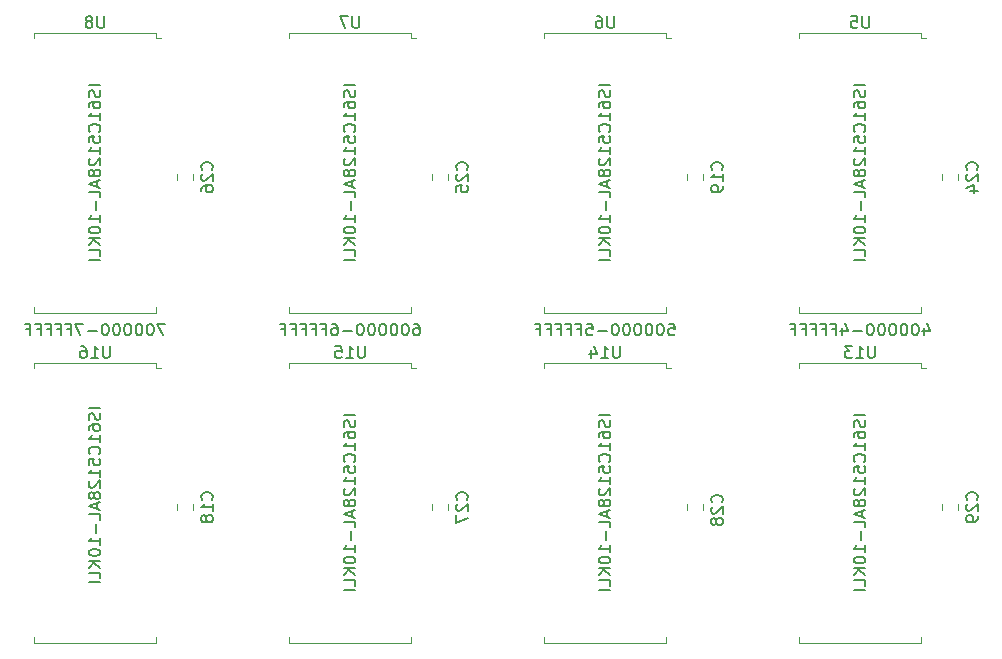
<source format=gbr>
G04 #@! TF.GenerationSoftware,KiCad,Pcbnew,(5.0.2)-1*
G04 #@! TF.CreationDate,2019-02-18T11:06:26-07:00*
G04 #@! TF.ProjectId,8MB SRAM,384d4220-5352-4414-9d2e-6b696361645f,rev?*
G04 #@! TF.SameCoordinates,Original*
G04 #@! TF.FileFunction,Legend,Bot*
G04 #@! TF.FilePolarity,Positive*
%FSLAX46Y46*%
G04 Gerber Fmt 4.6, Leading zero omitted, Abs format (unit mm)*
G04 Created by KiCad (PCBNEW (5.0.2)-1) date 2/18/2019 11:06:26 AM*
%MOMM*%
%LPD*%
G01*
G04 APERTURE LIST*
%ADD10C,0.150000*%
%ADD11C,0.120000*%
G04 APERTURE END LIST*
D10*
X107663571Y-47410714D02*
X107663571Y-48077380D01*
X107901666Y-47029761D02*
X108139761Y-47744047D01*
X107520714Y-47744047D01*
X106949285Y-47077380D02*
X106854047Y-47077380D01*
X106758809Y-47125000D01*
X106711190Y-47172619D01*
X106663571Y-47267857D01*
X106615952Y-47458333D01*
X106615952Y-47696428D01*
X106663571Y-47886904D01*
X106711190Y-47982142D01*
X106758809Y-48029761D01*
X106854047Y-48077380D01*
X106949285Y-48077380D01*
X107044523Y-48029761D01*
X107092142Y-47982142D01*
X107139761Y-47886904D01*
X107187380Y-47696428D01*
X107187380Y-47458333D01*
X107139761Y-47267857D01*
X107092142Y-47172619D01*
X107044523Y-47125000D01*
X106949285Y-47077380D01*
X105996904Y-47077380D02*
X105901666Y-47077380D01*
X105806428Y-47125000D01*
X105758809Y-47172619D01*
X105711190Y-47267857D01*
X105663571Y-47458333D01*
X105663571Y-47696428D01*
X105711190Y-47886904D01*
X105758809Y-47982142D01*
X105806428Y-48029761D01*
X105901666Y-48077380D01*
X105996904Y-48077380D01*
X106092142Y-48029761D01*
X106139761Y-47982142D01*
X106187380Y-47886904D01*
X106235000Y-47696428D01*
X106235000Y-47458333D01*
X106187380Y-47267857D01*
X106139761Y-47172619D01*
X106092142Y-47125000D01*
X105996904Y-47077380D01*
X105044523Y-47077380D02*
X104949285Y-47077380D01*
X104854047Y-47125000D01*
X104806428Y-47172619D01*
X104758809Y-47267857D01*
X104711190Y-47458333D01*
X104711190Y-47696428D01*
X104758809Y-47886904D01*
X104806428Y-47982142D01*
X104854047Y-48029761D01*
X104949285Y-48077380D01*
X105044523Y-48077380D01*
X105139761Y-48029761D01*
X105187380Y-47982142D01*
X105235000Y-47886904D01*
X105282619Y-47696428D01*
X105282619Y-47458333D01*
X105235000Y-47267857D01*
X105187380Y-47172619D01*
X105139761Y-47125000D01*
X105044523Y-47077380D01*
X104092142Y-47077380D02*
X103996904Y-47077380D01*
X103901666Y-47125000D01*
X103854047Y-47172619D01*
X103806428Y-47267857D01*
X103758809Y-47458333D01*
X103758809Y-47696428D01*
X103806428Y-47886904D01*
X103854047Y-47982142D01*
X103901666Y-48029761D01*
X103996904Y-48077380D01*
X104092142Y-48077380D01*
X104187380Y-48029761D01*
X104235000Y-47982142D01*
X104282619Y-47886904D01*
X104330238Y-47696428D01*
X104330238Y-47458333D01*
X104282619Y-47267857D01*
X104235000Y-47172619D01*
X104187380Y-47125000D01*
X104092142Y-47077380D01*
X103139761Y-47077380D02*
X103044523Y-47077380D01*
X102949285Y-47125000D01*
X102901666Y-47172619D01*
X102854047Y-47267857D01*
X102806428Y-47458333D01*
X102806428Y-47696428D01*
X102854047Y-47886904D01*
X102901666Y-47982142D01*
X102949285Y-48029761D01*
X103044523Y-48077380D01*
X103139761Y-48077380D01*
X103235000Y-48029761D01*
X103282619Y-47982142D01*
X103330238Y-47886904D01*
X103377857Y-47696428D01*
X103377857Y-47458333D01*
X103330238Y-47267857D01*
X103282619Y-47172619D01*
X103235000Y-47125000D01*
X103139761Y-47077380D01*
X102377857Y-47696428D02*
X101615952Y-47696428D01*
X100711190Y-47410714D02*
X100711190Y-48077380D01*
X100949285Y-47029761D02*
X101187380Y-47744047D01*
X100568333Y-47744047D01*
X99854047Y-47553571D02*
X100187380Y-47553571D01*
X100187380Y-48077380D02*
X100187380Y-47077380D01*
X99711190Y-47077380D01*
X98996904Y-47553571D02*
X99330238Y-47553571D01*
X99330238Y-48077380D02*
X99330238Y-47077380D01*
X98854047Y-47077380D01*
X98139761Y-47553571D02*
X98473095Y-47553571D01*
X98473095Y-48077380D02*
X98473095Y-47077380D01*
X97996904Y-47077380D01*
X97282619Y-47553571D02*
X97615952Y-47553571D01*
X97615952Y-48077380D02*
X97615952Y-47077380D01*
X97139761Y-47077380D01*
X96425476Y-47553571D02*
X96758809Y-47553571D01*
X96758809Y-48077380D02*
X96758809Y-47077380D01*
X96282619Y-47077380D01*
X86025952Y-47077380D02*
X86502142Y-47077380D01*
X86549761Y-47553571D01*
X86502142Y-47505952D01*
X86406904Y-47458333D01*
X86168809Y-47458333D01*
X86073571Y-47505952D01*
X86025952Y-47553571D01*
X85978333Y-47648809D01*
X85978333Y-47886904D01*
X86025952Y-47982142D01*
X86073571Y-48029761D01*
X86168809Y-48077380D01*
X86406904Y-48077380D01*
X86502142Y-48029761D01*
X86549761Y-47982142D01*
X85359285Y-47077380D02*
X85264047Y-47077380D01*
X85168809Y-47125000D01*
X85121190Y-47172619D01*
X85073571Y-47267857D01*
X85025952Y-47458333D01*
X85025952Y-47696428D01*
X85073571Y-47886904D01*
X85121190Y-47982142D01*
X85168809Y-48029761D01*
X85264047Y-48077380D01*
X85359285Y-48077380D01*
X85454523Y-48029761D01*
X85502142Y-47982142D01*
X85549761Y-47886904D01*
X85597380Y-47696428D01*
X85597380Y-47458333D01*
X85549761Y-47267857D01*
X85502142Y-47172619D01*
X85454523Y-47125000D01*
X85359285Y-47077380D01*
X84406904Y-47077380D02*
X84311666Y-47077380D01*
X84216428Y-47125000D01*
X84168809Y-47172619D01*
X84121190Y-47267857D01*
X84073571Y-47458333D01*
X84073571Y-47696428D01*
X84121190Y-47886904D01*
X84168809Y-47982142D01*
X84216428Y-48029761D01*
X84311666Y-48077380D01*
X84406904Y-48077380D01*
X84502142Y-48029761D01*
X84549761Y-47982142D01*
X84597380Y-47886904D01*
X84645000Y-47696428D01*
X84645000Y-47458333D01*
X84597380Y-47267857D01*
X84549761Y-47172619D01*
X84502142Y-47125000D01*
X84406904Y-47077380D01*
X83454523Y-47077380D02*
X83359285Y-47077380D01*
X83264047Y-47125000D01*
X83216428Y-47172619D01*
X83168809Y-47267857D01*
X83121190Y-47458333D01*
X83121190Y-47696428D01*
X83168809Y-47886904D01*
X83216428Y-47982142D01*
X83264047Y-48029761D01*
X83359285Y-48077380D01*
X83454523Y-48077380D01*
X83549761Y-48029761D01*
X83597380Y-47982142D01*
X83645000Y-47886904D01*
X83692619Y-47696428D01*
X83692619Y-47458333D01*
X83645000Y-47267857D01*
X83597380Y-47172619D01*
X83549761Y-47125000D01*
X83454523Y-47077380D01*
X82502142Y-47077380D02*
X82406904Y-47077380D01*
X82311666Y-47125000D01*
X82264047Y-47172619D01*
X82216428Y-47267857D01*
X82168809Y-47458333D01*
X82168809Y-47696428D01*
X82216428Y-47886904D01*
X82264047Y-47982142D01*
X82311666Y-48029761D01*
X82406904Y-48077380D01*
X82502142Y-48077380D01*
X82597380Y-48029761D01*
X82645000Y-47982142D01*
X82692619Y-47886904D01*
X82740238Y-47696428D01*
X82740238Y-47458333D01*
X82692619Y-47267857D01*
X82645000Y-47172619D01*
X82597380Y-47125000D01*
X82502142Y-47077380D01*
X81549761Y-47077380D02*
X81454523Y-47077380D01*
X81359285Y-47125000D01*
X81311666Y-47172619D01*
X81264047Y-47267857D01*
X81216428Y-47458333D01*
X81216428Y-47696428D01*
X81264047Y-47886904D01*
X81311666Y-47982142D01*
X81359285Y-48029761D01*
X81454523Y-48077380D01*
X81549761Y-48077380D01*
X81645000Y-48029761D01*
X81692619Y-47982142D01*
X81740238Y-47886904D01*
X81787857Y-47696428D01*
X81787857Y-47458333D01*
X81740238Y-47267857D01*
X81692619Y-47172619D01*
X81645000Y-47125000D01*
X81549761Y-47077380D01*
X80787857Y-47696428D02*
X80025952Y-47696428D01*
X79073571Y-47077380D02*
X79549761Y-47077380D01*
X79597380Y-47553571D01*
X79549761Y-47505952D01*
X79454523Y-47458333D01*
X79216428Y-47458333D01*
X79121190Y-47505952D01*
X79073571Y-47553571D01*
X79025952Y-47648809D01*
X79025952Y-47886904D01*
X79073571Y-47982142D01*
X79121190Y-48029761D01*
X79216428Y-48077380D01*
X79454523Y-48077380D01*
X79549761Y-48029761D01*
X79597380Y-47982142D01*
X78264047Y-47553571D02*
X78597380Y-47553571D01*
X78597380Y-48077380D02*
X78597380Y-47077380D01*
X78121190Y-47077380D01*
X77406904Y-47553571D02*
X77740238Y-47553571D01*
X77740238Y-48077380D02*
X77740238Y-47077380D01*
X77264047Y-47077380D01*
X76549761Y-47553571D02*
X76883095Y-47553571D01*
X76883095Y-48077380D02*
X76883095Y-47077380D01*
X76406904Y-47077380D01*
X75692619Y-47553571D02*
X76025952Y-47553571D01*
X76025952Y-48077380D02*
X76025952Y-47077380D01*
X75549761Y-47077380D01*
X74835476Y-47553571D02*
X75168809Y-47553571D01*
X75168809Y-48077380D02*
X75168809Y-47077380D01*
X74692619Y-47077380D01*
X64483571Y-47077380D02*
X64674047Y-47077380D01*
X64769285Y-47125000D01*
X64816904Y-47172619D01*
X64912142Y-47315476D01*
X64959761Y-47505952D01*
X64959761Y-47886904D01*
X64912142Y-47982142D01*
X64864523Y-48029761D01*
X64769285Y-48077380D01*
X64578809Y-48077380D01*
X64483571Y-48029761D01*
X64435952Y-47982142D01*
X64388333Y-47886904D01*
X64388333Y-47648809D01*
X64435952Y-47553571D01*
X64483571Y-47505952D01*
X64578809Y-47458333D01*
X64769285Y-47458333D01*
X64864523Y-47505952D01*
X64912142Y-47553571D01*
X64959761Y-47648809D01*
X63769285Y-47077380D02*
X63674047Y-47077380D01*
X63578809Y-47125000D01*
X63531190Y-47172619D01*
X63483571Y-47267857D01*
X63435952Y-47458333D01*
X63435952Y-47696428D01*
X63483571Y-47886904D01*
X63531190Y-47982142D01*
X63578809Y-48029761D01*
X63674047Y-48077380D01*
X63769285Y-48077380D01*
X63864523Y-48029761D01*
X63912142Y-47982142D01*
X63959761Y-47886904D01*
X64007380Y-47696428D01*
X64007380Y-47458333D01*
X63959761Y-47267857D01*
X63912142Y-47172619D01*
X63864523Y-47125000D01*
X63769285Y-47077380D01*
X62816904Y-47077380D02*
X62721666Y-47077380D01*
X62626428Y-47125000D01*
X62578809Y-47172619D01*
X62531190Y-47267857D01*
X62483571Y-47458333D01*
X62483571Y-47696428D01*
X62531190Y-47886904D01*
X62578809Y-47982142D01*
X62626428Y-48029761D01*
X62721666Y-48077380D01*
X62816904Y-48077380D01*
X62912142Y-48029761D01*
X62959761Y-47982142D01*
X63007380Y-47886904D01*
X63055000Y-47696428D01*
X63055000Y-47458333D01*
X63007380Y-47267857D01*
X62959761Y-47172619D01*
X62912142Y-47125000D01*
X62816904Y-47077380D01*
X61864523Y-47077380D02*
X61769285Y-47077380D01*
X61674047Y-47125000D01*
X61626428Y-47172619D01*
X61578809Y-47267857D01*
X61531190Y-47458333D01*
X61531190Y-47696428D01*
X61578809Y-47886904D01*
X61626428Y-47982142D01*
X61674047Y-48029761D01*
X61769285Y-48077380D01*
X61864523Y-48077380D01*
X61959761Y-48029761D01*
X62007380Y-47982142D01*
X62055000Y-47886904D01*
X62102619Y-47696428D01*
X62102619Y-47458333D01*
X62055000Y-47267857D01*
X62007380Y-47172619D01*
X61959761Y-47125000D01*
X61864523Y-47077380D01*
X60912142Y-47077380D02*
X60816904Y-47077380D01*
X60721666Y-47125000D01*
X60674047Y-47172619D01*
X60626428Y-47267857D01*
X60578809Y-47458333D01*
X60578809Y-47696428D01*
X60626428Y-47886904D01*
X60674047Y-47982142D01*
X60721666Y-48029761D01*
X60816904Y-48077380D01*
X60912142Y-48077380D01*
X61007380Y-48029761D01*
X61055000Y-47982142D01*
X61102619Y-47886904D01*
X61150238Y-47696428D01*
X61150238Y-47458333D01*
X61102619Y-47267857D01*
X61055000Y-47172619D01*
X61007380Y-47125000D01*
X60912142Y-47077380D01*
X59959761Y-47077380D02*
X59864523Y-47077380D01*
X59769285Y-47125000D01*
X59721666Y-47172619D01*
X59674047Y-47267857D01*
X59626428Y-47458333D01*
X59626428Y-47696428D01*
X59674047Y-47886904D01*
X59721666Y-47982142D01*
X59769285Y-48029761D01*
X59864523Y-48077380D01*
X59959761Y-48077380D01*
X60055000Y-48029761D01*
X60102619Y-47982142D01*
X60150238Y-47886904D01*
X60197857Y-47696428D01*
X60197857Y-47458333D01*
X60150238Y-47267857D01*
X60102619Y-47172619D01*
X60055000Y-47125000D01*
X59959761Y-47077380D01*
X59197857Y-47696428D02*
X58435952Y-47696428D01*
X57531190Y-47077380D02*
X57721666Y-47077380D01*
X57816904Y-47125000D01*
X57864523Y-47172619D01*
X57959761Y-47315476D01*
X58007380Y-47505952D01*
X58007380Y-47886904D01*
X57959761Y-47982142D01*
X57912142Y-48029761D01*
X57816904Y-48077380D01*
X57626428Y-48077380D01*
X57531190Y-48029761D01*
X57483571Y-47982142D01*
X57435952Y-47886904D01*
X57435952Y-47648809D01*
X57483571Y-47553571D01*
X57531190Y-47505952D01*
X57626428Y-47458333D01*
X57816904Y-47458333D01*
X57912142Y-47505952D01*
X57959761Y-47553571D01*
X58007380Y-47648809D01*
X56674047Y-47553571D02*
X57007380Y-47553571D01*
X57007380Y-48077380D02*
X57007380Y-47077380D01*
X56531190Y-47077380D01*
X55816904Y-47553571D02*
X56150238Y-47553571D01*
X56150238Y-48077380D02*
X56150238Y-47077380D01*
X55674047Y-47077380D01*
X54959761Y-47553571D02*
X55293095Y-47553571D01*
X55293095Y-48077380D02*
X55293095Y-47077380D01*
X54816904Y-47077380D01*
X54102619Y-47553571D02*
X54435952Y-47553571D01*
X54435952Y-48077380D02*
X54435952Y-47077380D01*
X53959761Y-47077380D01*
X53245476Y-47553571D02*
X53578809Y-47553571D01*
X53578809Y-48077380D02*
X53578809Y-47077380D01*
X53102619Y-47077380D01*
X43417380Y-47077380D02*
X42750714Y-47077380D01*
X43179285Y-48077380D01*
X42179285Y-47077380D02*
X42084047Y-47077380D01*
X41988809Y-47125000D01*
X41941190Y-47172619D01*
X41893571Y-47267857D01*
X41845952Y-47458333D01*
X41845952Y-47696428D01*
X41893571Y-47886904D01*
X41941190Y-47982142D01*
X41988809Y-48029761D01*
X42084047Y-48077380D01*
X42179285Y-48077380D01*
X42274523Y-48029761D01*
X42322142Y-47982142D01*
X42369761Y-47886904D01*
X42417380Y-47696428D01*
X42417380Y-47458333D01*
X42369761Y-47267857D01*
X42322142Y-47172619D01*
X42274523Y-47125000D01*
X42179285Y-47077380D01*
X41226904Y-47077380D02*
X41131666Y-47077380D01*
X41036428Y-47125000D01*
X40988809Y-47172619D01*
X40941190Y-47267857D01*
X40893571Y-47458333D01*
X40893571Y-47696428D01*
X40941190Y-47886904D01*
X40988809Y-47982142D01*
X41036428Y-48029761D01*
X41131666Y-48077380D01*
X41226904Y-48077380D01*
X41322142Y-48029761D01*
X41369761Y-47982142D01*
X41417380Y-47886904D01*
X41465000Y-47696428D01*
X41465000Y-47458333D01*
X41417380Y-47267857D01*
X41369761Y-47172619D01*
X41322142Y-47125000D01*
X41226904Y-47077380D01*
X40274523Y-47077380D02*
X40179285Y-47077380D01*
X40084047Y-47125000D01*
X40036428Y-47172619D01*
X39988809Y-47267857D01*
X39941190Y-47458333D01*
X39941190Y-47696428D01*
X39988809Y-47886904D01*
X40036428Y-47982142D01*
X40084047Y-48029761D01*
X40179285Y-48077380D01*
X40274523Y-48077380D01*
X40369761Y-48029761D01*
X40417380Y-47982142D01*
X40465000Y-47886904D01*
X40512619Y-47696428D01*
X40512619Y-47458333D01*
X40465000Y-47267857D01*
X40417380Y-47172619D01*
X40369761Y-47125000D01*
X40274523Y-47077380D01*
X39322142Y-47077380D02*
X39226904Y-47077380D01*
X39131666Y-47125000D01*
X39084047Y-47172619D01*
X39036428Y-47267857D01*
X38988809Y-47458333D01*
X38988809Y-47696428D01*
X39036428Y-47886904D01*
X39084047Y-47982142D01*
X39131666Y-48029761D01*
X39226904Y-48077380D01*
X39322142Y-48077380D01*
X39417380Y-48029761D01*
X39465000Y-47982142D01*
X39512619Y-47886904D01*
X39560238Y-47696428D01*
X39560238Y-47458333D01*
X39512619Y-47267857D01*
X39465000Y-47172619D01*
X39417380Y-47125000D01*
X39322142Y-47077380D01*
X38369761Y-47077380D02*
X38274523Y-47077380D01*
X38179285Y-47125000D01*
X38131666Y-47172619D01*
X38084047Y-47267857D01*
X38036428Y-47458333D01*
X38036428Y-47696428D01*
X38084047Y-47886904D01*
X38131666Y-47982142D01*
X38179285Y-48029761D01*
X38274523Y-48077380D01*
X38369761Y-48077380D01*
X38465000Y-48029761D01*
X38512619Y-47982142D01*
X38560238Y-47886904D01*
X38607857Y-47696428D01*
X38607857Y-47458333D01*
X38560238Y-47267857D01*
X38512619Y-47172619D01*
X38465000Y-47125000D01*
X38369761Y-47077380D01*
X37607857Y-47696428D02*
X36845952Y-47696428D01*
X36465000Y-47077380D02*
X35798333Y-47077380D01*
X36226904Y-48077380D01*
X35084047Y-47553571D02*
X35417380Y-47553571D01*
X35417380Y-48077380D02*
X35417380Y-47077380D01*
X34941190Y-47077380D01*
X34226904Y-47553571D02*
X34560238Y-47553571D01*
X34560238Y-48077380D02*
X34560238Y-47077380D01*
X34084047Y-47077380D01*
X33369761Y-47553571D02*
X33703095Y-47553571D01*
X33703095Y-48077380D02*
X33703095Y-47077380D01*
X33226904Y-47077380D01*
X32512619Y-47553571D02*
X32845952Y-47553571D01*
X32845952Y-48077380D02*
X32845952Y-47077380D01*
X32369761Y-47077380D01*
X31655476Y-47553571D02*
X31988809Y-47553571D01*
X31988809Y-48077380D02*
X31988809Y-47077380D01*
X31512619Y-47077380D01*
D11*
G04 #@! TO.C,C29*
X110565000Y-62358748D02*
X110565000Y-62881252D01*
X109145000Y-62358748D02*
X109145000Y-62881252D01*
G04 #@! TO.C,C18*
X44375000Y-62358748D02*
X44375000Y-62881252D01*
X45795000Y-62358748D02*
X45795000Y-62881252D01*
G04 #@! TO.C,C19*
X88975000Y-34418748D02*
X88975000Y-34941252D01*
X87555000Y-34418748D02*
X87555000Y-34941252D01*
G04 #@! TO.C,C24*
X109145000Y-34418748D02*
X109145000Y-34941252D01*
X110565000Y-34418748D02*
X110565000Y-34941252D01*
G04 #@! TO.C,C25*
X67385000Y-34418748D02*
X67385000Y-34941252D01*
X65965000Y-34418748D02*
X65965000Y-34941252D01*
G04 #@! TO.C,C26*
X44375000Y-34418748D02*
X44375000Y-34941252D01*
X45795000Y-34418748D02*
X45795000Y-34941252D01*
G04 #@! TO.C,C27*
X65965000Y-62358748D02*
X65965000Y-62881252D01*
X67385000Y-62358748D02*
X67385000Y-62881252D01*
G04 #@! TO.C,C28*
X87555000Y-62358748D02*
X87555000Y-62881252D01*
X88975000Y-62358748D02*
X88975000Y-62881252D01*
G04 #@! TO.C,U13*
X107425000Y-50875000D02*
X107785000Y-50875000D01*
X107425000Y-50375000D02*
X107425000Y-50875000D01*
X102235000Y-50375000D02*
X107425000Y-50375000D01*
X97045000Y-50375000D02*
X97045000Y-50875000D01*
X102235000Y-50375000D02*
X97045000Y-50375000D01*
X107425000Y-74085000D02*
X107425000Y-73585000D01*
X102235000Y-74085000D02*
X107425000Y-74085000D01*
X97045000Y-74085000D02*
X97045000Y-73585000D01*
X102235000Y-74085000D02*
X97045000Y-74085000D01*
G04 #@! TO.C,U14*
X80645000Y-74085000D02*
X75455000Y-74085000D01*
X75455000Y-74085000D02*
X75455000Y-73585000D01*
X80645000Y-74085000D02*
X85835000Y-74085000D01*
X85835000Y-74085000D02*
X85835000Y-73585000D01*
X80645000Y-50375000D02*
X75455000Y-50375000D01*
X75455000Y-50375000D02*
X75455000Y-50875000D01*
X80645000Y-50375000D02*
X85835000Y-50375000D01*
X85835000Y-50375000D02*
X85835000Y-50875000D01*
X85835000Y-50875000D02*
X86195000Y-50875000D01*
G04 #@! TO.C,U16*
X42655000Y-50875000D02*
X43015000Y-50875000D01*
X42655000Y-50375000D02*
X42655000Y-50875000D01*
X37465000Y-50375000D02*
X42655000Y-50375000D01*
X32275000Y-50375000D02*
X32275000Y-50875000D01*
X37465000Y-50375000D02*
X32275000Y-50375000D01*
X42655000Y-74085000D02*
X42655000Y-73585000D01*
X37465000Y-74085000D02*
X42655000Y-74085000D01*
X32275000Y-74085000D02*
X32275000Y-73585000D01*
X37465000Y-74085000D02*
X32275000Y-74085000D01*
G04 #@! TO.C,U15*
X59055000Y-74085000D02*
X53865000Y-74085000D01*
X53865000Y-74085000D02*
X53865000Y-73585000D01*
X59055000Y-74085000D02*
X64245000Y-74085000D01*
X64245000Y-74085000D02*
X64245000Y-73585000D01*
X59055000Y-50375000D02*
X53865000Y-50375000D01*
X53865000Y-50375000D02*
X53865000Y-50875000D01*
X59055000Y-50375000D02*
X64245000Y-50375000D01*
X64245000Y-50375000D02*
X64245000Y-50875000D01*
X64245000Y-50875000D02*
X64605000Y-50875000D01*
G04 #@! TO.C,U8*
X42655000Y-22935000D02*
X43015000Y-22935000D01*
X42655000Y-22435000D02*
X42655000Y-22935000D01*
X37465000Y-22435000D02*
X42655000Y-22435000D01*
X32275000Y-22435000D02*
X32275000Y-22935000D01*
X37465000Y-22435000D02*
X32275000Y-22435000D01*
X42655000Y-46145000D02*
X42655000Y-45645000D01*
X37465000Y-46145000D02*
X42655000Y-46145000D01*
X32275000Y-46145000D02*
X32275000Y-45645000D01*
X37465000Y-46145000D02*
X32275000Y-46145000D01*
G04 #@! TO.C,U7*
X59055000Y-46145000D02*
X53865000Y-46145000D01*
X53865000Y-46145000D02*
X53865000Y-45645000D01*
X59055000Y-46145000D02*
X64245000Y-46145000D01*
X64245000Y-46145000D02*
X64245000Y-45645000D01*
X59055000Y-22435000D02*
X53865000Y-22435000D01*
X53865000Y-22435000D02*
X53865000Y-22935000D01*
X59055000Y-22435000D02*
X64245000Y-22435000D01*
X64245000Y-22435000D02*
X64245000Y-22935000D01*
X64245000Y-22935000D02*
X64605000Y-22935000D01*
G04 #@! TO.C,U6*
X85835000Y-22935000D02*
X86195000Y-22935000D01*
X85835000Y-22435000D02*
X85835000Y-22935000D01*
X80645000Y-22435000D02*
X85835000Y-22435000D01*
X75455000Y-22435000D02*
X75455000Y-22935000D01*
X80645000Y-22435000D02*
X75455000Y-22435000D01*
X85835000Y-46145000D02*
X85835000Y-45645000D01*
X80645000Y-46145000D02*
X85835000Y-46145000D01*
X75455000Y-46145000D02*
X75455000Y-45645000D01*
X80645000Y-46145000D02*
X75455000Y-46145000D01*
G04 #@! TO.C,U5*
X102235000Y-46145000D02*
X97045000Y-46145000D01*
X97045000Y-46145000D02*
X97045000Y-45645000D01*
X102235000Y-46145000D02*
X107425000Y-46145000D01*
X107425000Y-46145000D02*
X107425000Y-45645000D01*
X102235000Y-22435000D02*
X97045000Y-22435000D01*
X97045000Y-22435000D02*
X97045000Y-22935000D01*
X102235000Y-22435000D02*
X107425000Y-22435000D01*
X107425000Y-22435000D02*
X107425000Y-22935000D01*
X107425000Y-22935000D02*
X107785000Y-22935000D01*
G04 #@! TO.C,C29*
D10*
X112117142Y-61977142D02*
X112164761Y-61929523D01*
X112212380Y-61786666D01*
X112212380Y-61691428D01*
X112164761Y-61548571D01*
X112069523Y-61453333D01*
X111974285Y-61405714D01*
X111783809Y-61358095D01*
X111640952Y-61358095D01*
X111450476Y-61405714D01*
X111355238Y-61453333D01*
X111260000Y-61548571D01*
X111212380Y-61691428D01*
X111212380Y-61786666D01*
X111260000Y-61929523D01*
X111307619Y-61977142D01*
X111307619Y-62358095D02*
X111260000Y-62405714D01*
X111212380Y-62500952D01*
X111212380Y-62739047D01*
X111260000Y-62834285D01*
X111307619Y-62881904D01*
X111402857Y-62929523D01*
X111498095Y-62929523D01*
X111640952Y-62881904D01*
X112212380Y-62310476D01*
X112212380Y-62929523D01*
X112212380Y-63405714D02*
X112212380Y-63596190D01*
X112164761Y-63691428D01*
X112117142Y-63739047D01*
X111974285Y-63834285D01*
X111783809Y-63881904D01*
X111402857Y-63881904D01*
X111307619Y-63834285D01*
X111260000Y-63786666D01*
X111212380Y-63691428D01*
X111212380Y-63500952D01*
X111260000Y-63405714D01*
X111307619Y-63358095D01*
X111402857Y-63310476D01*
X111640952Y-63310476D01*
X111736190Y-63358095D01*
X111783809Y-63405714D01*
X111831428Y-63500952D01*
X111831428Y-63691428D01*
X111783809Y-63786666D01*
X111736190Y-63834285D01*
X111640952Y-63881904D01*
G04 #@! TO.C,C18*
X47347142Y-61977142D02*
X47394761Y-61929523D01*
X47442380Y-61786666D01*
X47442380Y-61691428D01*
X47394761Y-61548571D01*
X47299523Y-61453333D01*
X47204285Y-61405714D01*
X47013809Y-61358095D01*
X46870952Y-61358095D01*
X46680476Y-61405714D01*
X46585238Y-61453333D01*
X46490000Y-61548571D01*
X46442380Y-61691428D01*
X46442380Y-61786666D01*
X46490000Y-61929523D01*
X46537619Y-61977142D01*
X47442380Y-62929523D02*
X47442380Y-62358095D01*
X47442380Y-62643809D02*
X46442380Y-62643809D01*
X46585238Y-62548571D01*
X46680476Y-62453333D01*
X46728095Y-62358095D01*
X46870952Y-63500952D02*
X46823333Y-63405714D01*
X46775714Y-63358095D01*
X46680476Y-63310476D01*
X46632857Y-63310476D01*
X46537619Y-63358095D01*
X46490000Y-63405714D01*
X46442380Y-63500952D01*
X46442380Y-63691428D01*
X46490000Y-63786666D01*
X46537619Y-63834285D01*
X46632857Y-63881904D01*
X46680476Y-63881904D01*
X46775714Y-63834285D01*
X46823333Y-63786666D01*
X46870952Y-63691428D01*
X46870952Y-63500952D01*
X46918571Y-63405714D01*
X46966190Y-63358095D01*
X47061428Y-63310476D01*
X47251904Y-63310476D01*
X47347142Y-63358095D01*
X47394761Y-63405714D01*
X47442380Y-63500952D01*
X47442380Y-63691428D01*
X47394761Y-63786666D01*
X47347142Y-63834285D01*
X47251904Y-63881904D01*
X47061428Y-63881904D01*
X46966190Y-63834285D01*
X46918571Y-63786666D01*
X46870952Y-63691428D01*
G04 #@! TO.C,C19*
X90527142Y-34037142D02*
X90574761Y-33989523D01*
X90622380Y-33846666D01*
X90622380Y-33751428D01*
X90574761Y-33608571D01*
X90479523Y-33513333D01*
X90384285Y-33465714D01*
X90193809Y-33418095D01*
X90050952Y-33418095D01*
X89860476Y-33465714D01*
X89765238Y-33513333D01*
X89670000Y-33608571D01*
X89622380Y-33751428D01*
X89622380Y-33846666D01*
X89670000Y-33989523D01*
X89717619Y-34037142D01*
X90622380Y-34989523D02*
X90622380Y-34418095D01*
X90622380Y-34703809D02*
X89622380Y-34703809D01*
X89765238Y-34608571D01*
X89860476Y-34513333D01*
X89908095Y-34418095D01*
X90622380Y-35465714D02*
X90622380Y-35656190D01*
X90574761Y-35751428D01*
X90527142Y-35799047D01*
X90384285Y-35894285D01*
X90193809Y-35941904D01*
X89812857Y-35941904D01*
X89717619Y-35894285D01*
X89670000Y-35846666D01*
X89622380Y-35751428D01*
X89622380Y-35560952D01*
X89670000Y-35465714D01*
X89717619Y-35418095D01*
X89812857Y-35370476D01*
X90050952Y-35370476D01*
X90146190Y-35418095D01*
X90193809Y-35465714D01*
X90241428Y-35560952D01*
X90241428Y-35751428D01*
X90193809Y-35846666D01*
X90146190Y-35894285D01*
X90050952Y-35941904D01*
G04 #@! TO.C,C24*
X112117142Y-34037142D02*
X112164761Y-33989523D01*
X112212380Y-33846666D01*
X112212380Y-33751428D01*
X112164761Y-33608571D01*
X112069523Y-33513333D01*
X111974285Y-33465714D01*
X111783809Y-33418095D01*
X111640952Y-33418095D01*
X111450476Y-33465714D01*
X111355238Y-33513333D01*
X111260000Y-33608571D01*
X111212380Y-33751428D01*
X111212380Y-33846666D01*
X111260000Y-33989523D01*
X111307619Y-34037142D01*
X111307619Y-34418095D02*
X111260000Y-34465714D01*
X111212380Y-34560952D01*
X111212380Y-34799047D01*
X111260000Y-34894285D01*
X111307619Y-34941904D01*
X111402857Y-34989523D01*
X111498095Y-34989523D01*
X111640952Y-34941904D01*
X112212380Y-34370476D01*
X112212380Y-34989523D01*
X111545714Y-35846666D02*
X112212380Y-35846666D01*
X111164761Y-35608571D02*
X111879047Y-35370476D01*
X111879047Y-35989523D01*
G04 #@! TO.C,C25*
X68937142Y-34037142D02*
X68984761Y-33989523D01*
X69032380Y-33846666D01*
X69032380Y-33751428D01*
X68984761Y-33608571D01*
X68889523Y-33513333D01*
X68794285Y-33465714D01*
X68603809Y-33418095D01*
X68460952Y-33418095D01*
X68270476Y-33465714D01*
X68175238Y-33513333D01*
X68080000Y-33608571D01*
X68032380Y-33751428D01*
X68032380Y-33846666D01*
X68080000Y-33989523D01*
X68127619Y-34037142D01*
X68127619Y-34418095D02*
X68080000Y-34465714D01*
X68032380Y-34560952D01*
X68032380Y-34799047D01*
X68080000Y-34894285D01*
X68127619Y-34941904D01*
X68222857Y-34989523D01*
X68318095Y-34989523D01*
X68460952Y-34941904D01*
X69032380Y-34370476D01*
X69032380Y-34989523D01*
X68032380Y-35894285D02*
X68032380Y-35418095D01*
X68508571Y-35370476D01*
X68460952Y-35418095D01*
X68413333Y-35513333D01*
X68413333Y-35751428D01*
X68460952Y-35846666D01*
X68508571Y-35894285D01*
X68603809Y-35941904D01*
X68841904Y-35941904D01*
X68937142Y-35894285D01*
X68984761Y-35846666D01*
X69032380Y-35751428D01*
X69032380Y-35513333D01*
X68984761Y-35418095D01*
X68937142Y-35370476D01*
G04 #@! TO.C,C26*
X47347142Y-34037142D02*
X47394761Y-33989523D01*
X47442380Y-33846666D01*
X47442380Y-33751428D01*
X47394761Y-33608571D01*
X47299523Y-33513333D01*
X47204285Y-33465714D01*
X47013809Y-33418095D01*
X46870952Y-33418095D01*
X46680476Y-33465714D01*
X46585238Y-33513333D01*
X46490000Y-33608571D01*
X46442380Y-33751428D01*
X46442380Y-33846666D01*
X46490000Y-33989523D01*
X46537619Y-34037142D01*
X46537619Y-34418095D02*
X46490000Y-34465714D01*
X46442380Y-34560952D01*
X46442380Y-34799047D01*
X46490000Y-34894285D01*
X46537619Y-34941904D01*
X46632857Y-34989523D01*
X46728095Y-34989523D01*
X46870952Y-34941904D01*
X47442380Y-34370476D01*
X47442380Y-34989523D01*
X46442380Y-35846666D02*
X46442380Y-35656190D01*
X46490000Y-35560952D01*
X46537619Y-35513333D01*
X46680476Y-35418095D01*
X46870952Y-35370476D01*
X47251904Y-35370476D01*
X47347142Y-35418095D01*
X47394761Y-35465714D01*
X47442380Y-35560952D01*
X47442380Y-35751428D01*
X47394761Y-35846666D01*
X47347142Y-35894285D01*
X47251904Y-35941904D01*
X47013809Y-35941904D01*
X46918571Y-35894285D01*
X46870952Y-35846666D01*
X46823333Y-35751428D01*
X46823333Y-35560952D01*
X46870952Y-35465714D01*
X46918571Y-35418095D01*
X47013809Y-35370476D01*
G04 #@! TO.C,C27*
X68937142Y-61977142D02*
X68984761Y-61929523D01*
X69032380Y-61786666D01*
X69032380Y-61691428D01*
X68984761Y-61548571D01*
X68889523Y-61453333D01*
X68794285Y-61405714D01*
X68603809Y-61358095D01*
X68460952Y-61358095D01*
X68270476Y-61405714D01*
X68175238Y-61453333D01*
X68080000Y-61548571D01*
X68032380Y-61691428D01*
X68032380Y-61786666D01*
X68080000Y-61929523D01*
X68127619Y-61977142D01*
X68127619Y-62358095D02*
X68080000Y-62405714D01*
X68032380Y-62500952D01*
X68032380Y-62739047D01*
X68080000Y-62834285D01*
X68127619Y-62881904D01*
X68222857Y-62929523D01*
X68318095Y-62929523D01*
X68460952Y-62881904D01*
X69032380Y-62310476D01*
X69032380Y-62929523D01*
X68032380Y-63262857D02*
X68032380Y-63929523D01*
X69032380Y-63500952D01*
G04 #@! TO.C,C28*
X90527142Y-62222142D02*
X90574761Y-62174523D01*
X90622380Y-62031666D01*
X90622380Y-61936428D01*
X90574761Y-61793571D01*
X90479523Y-61698333D01*
X90384285Y-61650714D01*
X90193809Y-61603095D01*
X90050952Y-61603095D01*
X89860476Y-61650714D01*
X89765238Y-61698333D01*
X89670000Y-61793571D01*
X89622380Y-61936428D01*
X89622380Y-62031666D01*
X89670000Y-62174523D01*
X89717619Y-62222142D01*
X89717619Y-62603095D02*
X89670000Y-62650714D01*
X89622380Y-62745952D01*
X89622380Y-62984047D01*
X89670000Y-63079285D01*
X89717619Y-63126904D01*
X89812857Y-63174523D01*
X89908095Y-63174523D01*
X90050952Y-63126904D01*
X90622380Y-62555476D01*
X90622380Y-63174523D01*
X90050952Y-63745952D02*
X90003333Y-63650714D01*
X89955714Y-63603095D01*
X89860476Y-63555476D01*
X89812857Y-63555476D01*
X89717619Y-63603095D01*
X89670000Y-63650714D01*
X89622380Y-63745952D01*
X89622380Y-63936428D01*
X89670000Y-64031666D01*
X89717619Y-64079285D01*
X89812857Y-64126904D01*
X89860476Y-64126904D01*
X89955714Y-64079285D01*
X90003333Y-64031666D01*
X90050952Y-63936428D01*
X90050952Y-63745952D01*
X90098571Y-63650714D01*
X90146190Y-63603095D01*
X90241428Y-63555476D01*
X90431904Y-63555476D01*
X90527142Y-63603095D01*
X90574761Y-63650714D01*
X90622380Y-63745952D01*
X90622380Y-63936428D01*
X90574761Y-64031666D01*
X90527142Y-64079285D01*
X90431904Y-64126904D01*
X90241428Y-64126904D01*
X90146190Y-64079285D01*
X90098571Y-64031666D01*
X90050952Y-63936428D01*
G04 #@! TO.C,U13*
X103473095Y-48982380D02*
X103473095Y-49791904D01*
X103425476Y-49887142D01*
X103377857Y-49934761D01*
X103282619Y-49982380D01*
X103092142Y-49982380D01*
X102996904Y-49934761D01*
X102949285Y-49887142D01*
X102901666Y-49791904D01*
X102901666Y-48982380D01*
X101901666Y-49982380D02*
X102473095Y-49982380D01*
X102187380Y-49982380D02*
X102187380Y-48982380D01*
X102282619Y-49125238D01*
X102377857Y-49220476D01*
X102473095Y-49268095D01*
X101568333Y-48982380D02*
X100949285Y-48982380D01*
X101282619Y-49363333D01*
X101139761Y-49363333D01*
X101044523Y-49410952D01*
X100996904Y-49458571D01*
X100949285Y-49553809D01*
X100949285Y-49791904D01*
X100996904Y-49887142D01*
X101044523Y-49934761D01*
X101139761Y-49982380D01*
X101425476Y-49982380D01*
X101520714Y-49934761D01*
X101568333Y-49887142D01*
X102687380Y-54849047D02*
X101687380Y-54849047D01*
X102639761Y-55277619D02*
X102687380Y-55420476D01*
X102687380Y-55658571D01*
X102639761Y-55753809D01*
X102592142Y-55801428D01*
X102496904Y-55849047D01*
X102401666Y-55849047D01*
X102306428Y-55801428D01*
X102258809Y-55753809D01*
X102211190Y-55658571D01*
X102163571Y-55468095D01*
X102115952Y-55372857D01*
X102068333Y-55325238D01*
X101973095Y-55277619D01*
X101877857Y-55277619D01*
X101782619Y-55325238D01*
X101735000Y-55372857D01*
X101687380Y-55468095D01*
X101687380Y-55706190D01*
X101735000Y-55849047D01*
X101687380Y-56706190D02*
X101687380Y-56515714D01*
X101735000Y-56420476D01*
X101782619Y-56372857D01*
X101925476Y-56277619D01*
X102115952Y-56229999D01*
X102496904Y-56229999D01*
X102592142Y-56277619D01*
X102639761Y-56325238D01*
X102687380Y-56420476D01*
X102687380Y-56610952D01*
X102639761Y-56706190D01*
X102592142Y-56753809D01*
X102496904Y-56801428D01*
X102258809Y-56801428D01*
X102163571Y-56753809D01*
X102115952Y-56706190D01*
X102068333Y-56610952D01*
X102068333Y-56420476D01*
X102115952Y-56325238D01*
X102163571Y-56277619D01*
X102258809Y-56229999D01*
X102687380Y-57753809D02*
X102687380Y-57182380D01*
X102687380Y-57468095D02*
X101687380Y-57468095D01*
X101830238Y-57372857D01*
X101925476Y-57277619D01*
X101973095Y-57182380D01*
X102592142Y-58753809D02*
X102639761Y-58706190D01*
X102687380Y-58563333D01*
X102687380Y-58468095D01*
X102639761Y-58325238D01*
X102544523Y-58229999D01*
X102449285Y-58182380D01*
X102258809Y-58134761D01*
X102115952Y-58134761D01*
X101925476Y-58182380D01*
X101830238Y-58229999D01*
X101735000Y-58325238D01*
X101687380Y-58468095D01*
X101687380Y-58563333D01*
X101735000Y-58706190D01*
X101782619Y-58753809D01*
X101687380Y-59658571D02*
X101687380Y-59182380D01*
X102163571Y-59134761D01*
X102115952Y-59182380D01*
X102068333Y-59277619D01*
X102068333Y-59515714D01*
X102115952Y-59610952D01*
X102163571Y-59658571D01*
X102258809Y-59706190D01*
X102496904Y-59706190D01*
X102592142Y-59658571D01*
X102639761Y-59610952D01*
X102687380Y-59515714D01*
X102687380Y-59277619D01*
X102639761Y-59182380D01*
X102592142Y-59134761D01*
X102687380Y-60658571D02*
X102687380Y-60087142D01*
X102687380Y-60372857D02*
X101687380Y-60372857D01*
X101830238Y-60277619D01*
X101925476Y-60182380D01*
X101973095Y-60087142D01*
X101782619Y-61039523D02*
X101735000Y-61087142D01*
X101687380Y-61182380D01*
X101687380Y-61420476D01*
X101735000Y-61515714D01*
X101782619Y-61563333D01*
X101877857Y-61610952D01*
X101973095Y-61610952D01*
X102115952Y-61563333D01*
X102687380Y-60991904D01*
X102687380Y-61610952D01*
X102115952Y-62182380D02*
X102068333Y-62087142D01*
X102020714Y-62039523D01*
X101925476Y-61991904D01*
X101877857Y-61991904D01*
X101782619Y-62039523D01*
X101735000Y-62087142D01*
X101687380Y-62182380D01*
X101687380Y-62372857D01*
X101735000Y-62468095D01*
X101782619Y-62515714D01*
X101877857Y-62563333D01*
X101925476Y-62563333D01*
X102020714Y-62515714D01*
X102068333Y-62468095D01*
X102115952Y-62372857D01*
X102115952Y-62182380D01*
X102163571Y-62087142D01*
X102211190Y-62039523D01*
X102306428Y-61991904D01*
X102496904Y-61991904D01*
X102592142Y-62039523D01*
X102639761Y-62087142D01*
X102687380Y-62182380D01*
X102687380Y-62372857D01*
X102639761Y-62468095D01*
X102592142Y-62515714D01*
X102496904Y-62563333D01*
X102306428Y-62563333D01*
X102211190Y-62515714D01*
X102163571Y-62468095D01*
X102115952Y-62372857D01*
X102401666Y-62944285D02*
X102401666Y-63420476D01*
X102687380Y-62849047D02*
X101687380Y-63182380D01*
X102687380Y-63515714D01*
X102687380Y-64325238D02*
X102687380Y-63849047D01*
X101687380Y-63849047D01*
X102306428Y-64658571D02*
X102306428Y-65420476D01*
X102687380Y-66420476D02*
X102687380Y-65849047D01*
X102687380Y-66134761D02*
X101687380Y-66134761D01*
X101830238Y-66039523D01*
X101925476Y-65944285D01*
X101973095Y-65849047D01*
X101687380Y-67039523D02*
X101687380Y-67134761D01*
X101735000Y-67229999D01*
X101782619Y-67277619D01*
X101877857Y-67325238D01*
X102068333Y-67372857D01*
X102306428Y-67372857D01*
X102496904Y-67325238D01*
X102592142Y-67277619D01*
X102639761Y-67229999D01*
X102687380Y-67134761D01*
X102687380Y-67039523D01*
X102639761Y-66944285D01*
X102592142Y-66896666D01*
X102496904Y-66849047D01*
X102306428Y-66801428D01*
X102068333Y-66801428D01*
X101877857Y-66849047D01*
X101782619Y-66896666D01*
X101735000Y-66944285D01*
X101687380Y-67039523D01*
X102687380Y-67801428D02*
X101687380Y-67801428D01*
X102687380Y-68372857D02*
X102115952Y-67944285D01*
X101687380Y-68372857D02*
X102258809Y-67801428D01*
X102687380Y-69277619D02*
X102687380Y-68801428D01*
X101687380Y-68801428D01*
X102687380Y-69610952D02*
X101687380Y-69610952D01*
G04 #@! TO.C,U14*
X81883095Y-48982380D02*
X81883095Y-49791904D01*
X81835476Y-49887142D01*
X81787857Y-49934761D01*
X81692619Y-49982380D01*
X81502142Y-49982380D01*
X81406904Y-49934761D01*
X81359285Y-49887142D01*
X81311666Y-49791904D01*
X81311666Y-48982380D01*
X80311666Y-49982380D02*
X80883095Y-49982380D01*
X80597380Y-49982380D02*
X80597380Y-48982380D01*
X80692619Y-49125238D01*
X80787857Y-49220476D01*
X80883095Y-49268095D01*
X79454523Y-49315714D02*
X79454523Y-49982380D01*
X79692619Y-48934761D02*
X79930714Y-49649047D01*
X79311666Y-49649047D01*
X81097380Y-54849047D02*
X80097380Y-54849047D01*
X81049761Y-55277619D02*
X81097380Y-55420476D01*
X81097380Y-55658571D01*
X81049761Y-55753809D01*
X81002142Y-55801428D01*
X80906904Y-55849047D01*
X80811666Y-55849047D01*
X80716428Y-55801428D01*
X80668809Y-55753809D01*
X80621190Y-55658571D01*
X80573571Y-55468095D01*
X80525952Y-55372857D01*
X80478333Y-55325238D01*
X80383095Y-55277619D01*
X80287857Y-55277619D01*
X80192619Y-55325238D01*
X80145000Y-55372857D01*
X80097380Y-55468095D01*
X80097380Y-55706190D01*
X80145000Y-55849047D01*
X80097380Y-56706190D02*
X80097380Y-56515714D01*
X80145000Y-56420476D01*
X80192619Y-56372857D01*
X80335476Y-56277619D01*
X80525952Y-56229999D01*
X80906904Y-56229999D01*
X81002142Y-56277619D01*
X81049761Y-56325238D01*
X81097380Y-56420476D01*
X81097380Y-56610952D01*
X81049761Y-56706190D01*
X81002142Y-56753809D01*
X80906904Y-56801428D01*
X80668809Y-56801428D01*
X80573571Y-56753809D01*
X80525952Y-56706190D01*
X80478333Y-56610952D01*
X80478333Y-56420476D01*
X80525952Y-56325238D01*
X80573571Y-56277619D01*
X80668809Y-56229999D01*
X81097380Y-57753809D02*
X81097380Y-57182380D01*
X81097380Y-57468095D02*
X80097380Y-57468095D01*
X80240238Y-57372857D01*
X80335476Y-57277619D01*
X80383095Y-57182380D01*
X81002142Y-58753809D02*
X81049761Y-58706190D01*
X81097380Y-58563333D01*
X81097380Y-58468095D01*
X81049761Y-58325238D01*
X80954523Y-58229999D01*
X80859285Y-58182380D01*
X80668809Y-58134761D01*
X80525952Y-58134761D01*
X80335476Y-58182380D01*
X80240238Y-58229999D01*
X80145000Y-58325238D01*
X80097380Y-58468095D01*
X80097380Y-58563333D01*
X80145000Y-58706190D01*
X80192619Y-58753809D01*
X80097380Y-59658571D02*
X80097380Y-59182380D01*
X80573571Y-59134761D01*
X80525952Y-59182380D01*
X80478333Y-59277619D01*
X80478333Y-59515714D01*
X80525952Y-59610952D01*
X80573571Y-59658571D01*
X80668809Y-59706190D01*
X80906904Y-59706190D01*
X81002142Y-59658571D01*
X81049761Y-59610952D01*
X81097380Y-59515714D01*
X81097380Y-59277619D01*
X81049761Y-59182380D01*
X81002142Y-59134761D01*
X81097380Y-60658571D02*
X81097380Y-60087142D01*
X81097380Y-60372857D02*
X80097380Y-60372857D01*
X80240238Y-60277619D01*
X80335476Y-60182380D01*
X80383095Y-60087142D01*
X80192619Y-61039523D02*
X80145000Y-61087142D01*
X80097380Y-61182380D01*
X80097380Y-61420476D01*
X80145000Y-61515714D01*
X80192619Y-61563333D01*
X80287857Y-61610952D01*
X80383095Y-61610952D01*
X80525952Y-61563333D01*
X81097380Y-60991904D01*
X81097380Y-61610952D01*
X80525952Y-62182380D02*
X80478333Y-62087142D01*
X80430714Y-62039523D01*
X80335476Y-61991904D01*
X80287857Y-61991904D01*
X80192619Y-62039523D01*
X80145000Y-62087142D01*
X80097380Y-62182380D01*
X80097380Y-62372857D01*
X80145000Y-62468095D01*
X80192619Y-62515714D01*
X80287857Y-62563333D01*
X80335476Y-62563333D01*
X80430714Y-62515714D01*
X80478333Y-62468095D01*
X80525952Y-62372857D01*
X80525952Y-62182380D01*
X80573571Y-62087142D01*
X80621190Y-62039523D01*
X80716428Y-61991904D01*
X80906904Y-61991904D01*
X81002142Y-62039523D01*
X81049761Y-62087142D01*
X81097380Y-62182380D01*
X81097380Y-62372857D01*
X81049761Y-62468095D01*
X81002142Y-62515714D01*
X80906904Y-62563333D01*
X80716428Y-62563333D01*
X80621190Y-62515714D01*
X80573571Y-62468095D01*
X80525952Y-62372857D01*
X80811666Y-62944285D02*
X80811666Y-63420476D01*
X81097380Y-62849047D02*
X80097380Y-63182380D01*
X81097380Y-63515714D01*
X81097380Y-64325238D02*
X81097380Y-63849047D01*
X80097380Y-63849047D01*
X80716428Y-64658571D02*
X80716428Y-65420476D01*
X81097380Y-66420476D02*
X81097380Y-65849047D01*
X81097380Y-66134761D02*
X80097380Y-66134761D01*
X80240238Y-66039523D01*
X80335476Y-65944285D01*
X80383095Y-65849047D01*
X80097380Y-67039523D02*
X80097380Y-67134761D01*
X80145000Y-67229999D01*
X80192619Y-67277619D01*
X80287857Y-67325238D01*
X80478333Y-67372857D01*
X80716428Y-67372857D01*
X80906904Y-67325238D01*
X81002142Y-67277619D01*
X81049761Y-67229999D01*
X81097380Y-67134761D01*
X81097380Y-67039523D01*
X81049761Y-66944285D01*
X81002142Y-66896666D01*
X80906904Y-66849047D01*
X80716428Y-66801428D01*
X80478333Y-66801428D01*
X80287857Y-66849047D01*
X80192619Y-66896666D01*
X80145000Y-66944285D01*
X80097380Y-67039523D01*
X81097380Y-67801428D02*
X80097380Y-67801428D01*
X81097380Y-68372857D02*
X80525952Y-67944285D01*
X80097380Y-68372857D02*
X80668809Y-67801428D01*
X81097380Y-69277619D02*
X81097380Y-68801428D01*
X80097380Y-68801428D01*
X81097380Y-69610952D02*
X80097380Y-69610952D01*
G04 #@! TO.C,U16*
X38703095Y-48982380D02*
X38703095Y-49791904D01*
X38655476Y-49887142D01*
X38607857Y-49934761D01*
X38512619Y-49982380D01*
X38322142Y-49982380D01*
X38226904Y-49934761D01*
X38179285Y-49887142D01*
X38131666Y-49791904D01*
X38131666Y-48982380D01*
X37131666Y-49982380D02*
X37703095Y-49982380D01*
X37417380Y-49982380D02*
X37417380Y-48982380D01*
X37512619Y-49125238D01*
X37607857Y-49220476D01*
X37703095Y-49268095D01*
X36274523Y-48982380D02*
X36465000Y-48982380D01*
X36560238Y-49030000D01*
X36607857Y-49077619D01*
X36703095Y-49220476D01*
X36750714Y-49410952D01*
X36750714Y-49791904D01*
X36703095Y-49887142D01*
X36655476Y-49934761D01*
X36560238Y-49982380D01*
X36369761Y-49982380D01*
X36274523Y-49934761D01*
X36226904Y-49887142D01*
X36179285Y-49791904D01*
X36179285Y-49553809D01*
X36226904Y-49458571D01*
X36274523Y-49410952D01*
X36369761Y-49363333D01*
X36560238Y-49363333D01*
X36655476Y-49410952D01*
X36703095Y-49458571D01*
X36750714Y-49553809D01*
X37917380Y-54214047D02*
X36917380Y-54214047D01*
X37869761Y-54642619D02*
X37917380Y-54785476D01*
X37917380Y-55023571D01*
X37869761Y-55118809D01*
X37822142Y-55166428D01*
X37726904Y-55214047D01*
X37631666Y-55214047D01*
X37536428Y-55166428D01*
X37488809Y-55118809D01*
X37441190Y-55023571D01*
X37393571Y-54833095D01*
X37345952Y-54737857D01*
X37298333Y-54690238D01*
X37203095Y-54642619D01*
X37107857Y-54642619D01*
X37012619Y-54690238D01*
X36965000Y-54737857D01*
X36917380Y-54833095D01*
X36917380Y-55071190D01*
X36965000Y-55214047D01*
X36917380Y-56071190D02*
X36917380Y-55880714D01*
X36965000Y-55785476D01*
X37012619Y-55737857D01*
X37155476Y-55642619D01*
X37345952Y-55595000D01*
X37726904Y-55595000D01*
X37822142Y-55642619D01*
X37869761Y-55690238D01*
X37917380Y-55785476D01*
X37917380Y-55975952D01*
X37869761Y-56071190D01*
X37822142Y-56118809D01*
X37726904Y-56166428D01*
X37488809Y-56166428D01*
X37393571Y-56118809D01*
X37345952Y-56071190D01*
X37298333Y-55975952D01*
X37298333Y-55785476D01*
X37345952Y-55690238D01*
X37393571Y-55642619D01*
X37488809Y-55595000D01*
X37917380Y-57118809D02*
X37917380Y-56547380D01*
X37917380Y-56833095D02*
X36917380Y-56833095D01*
X37060238Y-56737857D01*
X37155476Y-56642619D01*
X37203095Y-56547380D01*
X37822142Y-58118809D02*
X37869761Y-58071190D01*
X37917380Y-57928333D01*
X37917380Y-57833095D01*
X37869761Y-57690238D01*
X37774523Y-57595000D01*
X37679285Y-57547380D01*
X37488809Y-57499761D01*
X37345952Y-57499761D01*
X37155476Y-57547380D01*
X37060238Y-57595000D01*
X36965000Y-57690238D01*
X36917380Y-57833095D01*
X36917380Y-57928333D01*
X36965000Y-58071190D01*
X37012619Y-58118809D01*
X36917380Y-59023571D02*
X36917380Y-58547380D01*
X37393571Y-58499761D01*
X37345952Y-58547380D01*
X37298333Y-58642619D01*
X37298333Y-58880714D01*
X37345952Y-58975952D01*
X37393571Y-59023571D01*
X37488809Y-59071190D01*
X37726904Y-59071190D01*
X37822142Y-59023571D01*
X37869761Y-58975952D01*
X37917380Y-58880714D01*
X37917380Y-58642619D01*
X37869761Y-58547380D01*
X37822142Y-58499761D01*
X37917380Y-60023571D02*
X37917380Y-59452142D01*
X37917380Y-59737857D02*
X36917380Y-59737857D01*
X37060238Y-59642619D01*
X37155476Y-59547380D01*
X37203095Y-59452142D01*
X37012619Y-60404523D02*
X36965000Y-60452142D01*
X36917380Y-60547380D01*
X36917380Y-60785476D01*
X36965000Y-60880714D01*
X37012619Y-60928333D01*
X37107857Y-60975952D01*
X37203095Y-60975952D01*
X37345952Y-60928333D01*
X37917380Y-60356904D01*
X37917380Y-60975952D01*
X37345952Y-61547380D02*
X37298333Y-61452142D01*
X37250714Y-61404523D01*
X37155476Y-61356904D01*
X37107857Y-61356904D01*
X37012619Y-61404523D01*
X36965000Y-61452142D01*
X36917380Y-61547380D01*
X36917380Y-61737857D01*
X36965000Y-61833095D01*
X37012619Y-61880714D01*
X37107857Y-61928333D01*
X37155476Y-61928333D01*
X37250714Y-61880714D01*
X37298333Y-61833095D01*
X37345952Y-61737857D01*
X37345952Y-61547380D01*
X37393571Y-61452142D01*
X37441190Y-61404523D01*
X37536428Y-61356904D01*
X37726904Y-61356904D01*
X37822142Y-61404523D01*
X37869761Y-61452142D01*
X37917380Y-61547380D01*
X37917380Y-61737857D01*
X37869761Y-61833095D01*
X37822142Y-61880714D01*
X37726904Y-61928333D01*
X37536428Y-61928333D01*
X37441190Y-61880714D01*
X37393571Y-61833095D01*
X37345952Y-61737857D01*
X37631666Y-62309285D02*
X37631666Y-62785476D01*
X37917380Y-62214047D02*
X36917380Y-62547380D01*
X37917380Y-62880714D01*
X37917380Y-63690238D02*
X37917380Y-63214047D01*
X36917380Y-63214047D01*
X37536428Y-64023571D02*
X37536428Y-64785476D01*
X37917380Y-65785476D02*
X37917380Y-65214047D01*
X37917380Y-65499761D02*
X36917380Y-65499761D01*
X37060238Y-65404523D01*
X37155476Y-65309285D01*
X37203095Y-65214047D01*
X36917380Y-66404523D02*
X36917380Y-66499761D01*
X36965000Y-66595000D01*
X37012619Y-66642619D01*
X37107857Y-66690238D01*
X37298333Y-66737857D01*
X37536428Y-66737857D01*
X37726904Y-66690238D01*
X37822142Y-66642619D01*
X37869761Y-66595000D01*
X37917380Y-66499761D01*
X37917380Y-66404523D01*
X37869761Y-66309285D01*
X37822142Y-66261666D01*
X37726904Y-66214047D01*
X37536428Y-66166428D01*
X37298333Y-66166428D01*
X37107857Y-66214047D01*
X37012619Y-66261666D01*
X36965000Y-66309285D01*
X36917380Y-66404523D01*
X37917380Y-67166428D02*
X36917380Y-67166428D01*
X37917380Y-67737857D02*
X37345952Y-67309285D01*
X36917380Y-67737857D02*
X37488809Y-67166428D01*
X37917380Y-68642619D02*
X37917380Y-68166428D01*
X36917380Y-68166428D01*
X37917380Y-68975952D02*
X36917380Y-68975952D01*
G04 #@! TO.C,U15*
X60293095Y-48982380D02*
X60293095Y-49791904D01*
X60245476Y-49887142D01*
X60197857Y-49934761D01*
X60102619Y-49982380D01*
X59912142Y-49982380D01*
X59816904Y-49934761D01*
X59769285Y-49887142D01*
X59721666Y-49791904D01*
X59721666Y-48982380D01*
X58721666Y-49982380D02*
X59293095Y-49982380D01*
X59007380Y-49982380D02*
X59007380Y-48982380D01*
X59102619Y-49125238D01*
X59197857Y-49220476D01*
X59293095Y-49268095D01*
X57816904Y-48982380D02*
X58293095Y-48982380D01*
X58340714Y-49458571D01*
X58293095Y-49410952D01*
X58197857Y-49363333D01*
X57959761Y-49363333D01*
X57864523Y-49410952D01*
X57816904Y-49458571D01*
X57769285Y-49553809D01*
X57769285Y-49791904D01*
X57816904Y-49887142D01*
X57864523Y-49934761D01*
X57959761Y-49982380D01*
X58197857Y-49982380D01*
X58293095Y-49934761D01*
X58340714Y-49887142D01*
X59507380Y-54849047D02*
X58507380Y-54849047D01*
X59459761Y-55277619D02*
X59507380Y-55420476D01*
X59507380Y-55658571D01*
X59459761Y-55753809D01*
X59412142Y-55801428D01*
X59316904Y-55849047D01*
X59221666Y-55849047D01*
X59126428Y-55801428D01*
X59078809Y-55753809D01*
X59031190Y-55658571D01*
X58983571Y-55468095D01*
X58935952Y-55372857D01*
X58888333Y-55325238D01*
X58793095Y-55277619D01*
X58697857Y-55277619D01*
X58602619Y-55325238D01*
X58555000Y-55372857D01*
X58507380Y-55468095D01*
X58507380Y-55706190D01*
X58555000Y-55849047D01*
X58507380Y-56706190D02*
X58507380Y-56515714D01*
X58555000Y-56420476D01*
X58602619Y-56372857D01*
X58745476Y-56277619D01*
X58935952Y-56230000D01*
X59316904Y-56230000D01*
X59412142Y-56277619D01*
X59459761Y-56325238D01*
X59507380Y-56420476D01*
X59507380Y-56610952D01*
X59459761Y-56706190D01*
X59412142Y-56753809D01*
X59316904Y-56801428D01*
X59078809Y-56801428D01*
X58983571Y-56753809D01*
X58935952Y-56706190D01*
X58888333Y-56610952D01*
X58888333Y-56420476D01*
X58935952Y-56325238D01*
X58983571Y-56277619D01*
X59078809Y-56230000D01*
X59507380Y-57753809D02*
X59507380Y-57182380D01*
X59507380Y-57468095D02*
X58507380Y-57468095D01*
X58650238Y-57372857D01*
X58745476Y-57277619D01*
X58793095Y-57182380D01*
X59412142Y-58753809D02*
X59459761Y-58706190D01*
X59507380Y-58563333D01*
X59507380Y-58468095D01*
X59459761Y-58325238D01*
X59364523Y-58230000D01*
X59269285Y-58182380D01*
X59078809Y-58134761D01*
X58935952Y-58134761D01*
X58745476Y-58182380D01*
X58650238Y-58230000D01*
X58555000Y-58325238D01*
X58507380Y-58468095D01*
X58507380Y-58563333D01*
X58555000Y-58706190D01*
X58602619Y-58753809D01*
X58507380Y-59658571D02*
X58507380Y-59182380D01*
X58983571Y-59134761D01*
X58935952Y-59182380D01*
X58888333Y-59277619D01*
X58888333Y-59515714D01*
X58935952Y-59610952D01*
X58983571Y-59658571D01*
X59078809Y-59706190D01*
X59316904Y-59706190D01*
X59412142Y-59658571D01*
X59459761Y-59610952D01*
X59507380Y-59515714D01*
X59507380Y-59277619D01*
X59459761Y-59182380D01*
X59412142Y-59134761D01*
X59507380Y-60658571D02*
X59507380Y-60087142D01*
X59507380Y-60372857D02*
X58507380Y-60372857D01*
X58650238Y-60277619D01*
X58745476Y-60182380D01*
X58793095Y-60087142D01*
X58602619Y-61039523D02*
X58555000Y-61087142D01*
X58507380Y-61182380D01*
X58507380Y-61420476D01*
X58555000Y-61515714D01*
X58602619Y-61563333D01*
X58697857Y-61610952D01*
X58793095Y-61610952D01*
X58935952Y-61563333D01*
X59507380Y-60991904D01*
X59507380Y-61610952D01*
X58935952Y-62182380D02*
X58888333Y-62087142D01*
X58840714Y-62039523D01*
X58745476Y-61991904D01*
X58697857Y-61991904D01*
X58602619Y-62039523D01*
X58555000Y-62087142D01*
X58507380Y-62182380D01*
X58507380Y-62372857D01*
X58555000Y-62468095D01*
X58602619Y-62515714D01*
X58697857Y-62563333D01*
X58745476Y-62563333D01*
X58840714Y-62515714D01*
X58888333Y-62468095D01*
X58935952Y-62372857D01*
X58935952Y-62182380D01*
X58983571Y-62087142D01*
X59031190Y-62039523D01*
X59126428Y-61991904D01*
X59316904Y-61991904D01*
X59412142Y-62039523D01*
X59459761Y-62087142D01*
X59507380Y-62182380D01*
X59507380Y-62372857D01*
X59459761Y-62468095D01*
X59412142Y-62515714D01*
X59316904Y-62563333D01*
X59126428Y-62563333D01*
X59031190Y-62515714D01*
X58983571Y-62468095D01*
X58935952Y-62372857D01*
X59221666Y-62944285D02*
X59221666Y-63420476D01*
X59507380Y-62849047D02*
X58507380Y-63182380D01*
X59507380Y-63515714D01*
X59507380Y-64325238D02*
X59507380Y-63849047D01*
X58507380Y-63849047D01*
X59126428Y-64658571D02*
X59126428Y-65420476D01*
X59507380Y-66420476D02*
X59507380Y-65849047D01*
X59507380Y-66134761D02*
X58507380Y-66134761D01*
X58650238Y-66039523D01*
X58745476Y-65944285D01*
X58793095Y-65849047D01*
X58507380Y-67039523D02*
X58507380Y-67134761D01*
X58555000Y-67230000D01*
X58602619Y-67277619D01*
X58697857Y-67325238D01*
X58888333Y-67372857D01*
X59126428Y-67372857D01*
X59316904Y-67325238D01*
X59412142Y-67277619D01*
X59459761Y-67230000D01*
X59507380Y-67134761D01*
X59507380Y-67039523D01*
X59459761Y-66944285D01*
X59412142Y-66896666D01*
X59316904Y-66849047D01*
X59126428Y-66801428D01*
X58888333Y-66801428D01*
X58697857Y-66849047D01*
X58602619Y-66896666D01*
X58555000Y-66944285D01*
X58507380Y-67039523D01*
X59507380Y-67801428D02*
X58507380Y-67801428D01*
X59507380Y-68372857D02*
X58935952Y-67944285D01*
X58507380Y-68372857D02*
X59078809Y-67801428D01*
X59507380Y-69277619D02*
X59507380Y-68801428D01*
X58507380Y-68801428D01*
X59507380Y-69610952D02*
X58507380Y-69610952D01*
G04 #@! TO.C,U8*
X38226904Y-21042380D02*
X38226904Y-21851904D01*
X38179285Y-21947142D01*
X38131666Y-21994761D01*
X38036428Y-22042380D01*
X37845952Y-22042380D01*
X37750714Y-21994761D01*
X37703095Y-21947142D01*
X37655476Y-21851904D01*
X37655476Y-21042380D01*
X37036428Y-21470952D02*
X37131666Y-21423333D01*
X37179285Y-21375714D01*
X37226904Y-21280476D01*
X37226904Y-21232857D01*
X37179285Y-21137619D01*
X37131666Y-21090000D01*
X37036428Y-21042380D01*
X36845952Y-21042380D01*
X36750714Y-21090000D01*
X36703095Y-21137619D01*
X36655476Y-21232857D01*
X36655476Y-21280476D01*
X36703095Y-21375714D01*
X36750714Y-21423333D01*
X36845952Y-21470952D01*
X37036428Y-21470952D01*
X37131666Y-21518571D01*
X37179285Y-21566190D01*
X37226904Y-21661428D01*
X37226904Y-21851904D01*
X37179285Y-21947142D01*
X37131666Y-21994761D01*
X37036428Y-22042380D01*
X36845952Y-22042380D01*
X36750714Y-21994761D01*
X36703095Y-21947142D01*
X36655476Y-21851904D01*
X36655476Y-21661428D01*
X36703095Y-21566190D01*
X36750714Y-21518571D01*
X36845952Y-21470952D01*
X37917380Y-26909047D02*
X36917380Y-26909047D01*
X37869761Y-27337619D02*
X37917380Y-27480476D01*
X37917380Y-27718571D01*
X37869761Y-27813809D01*
X37822142Y-27861428D01*
X37726904Y-27909047D01*
X37631666Y-27909047D01*
X37536428Y-27861428D01*
X37488809Y-27813809D01*
X37441190Y-27718571D01*
X37393571Y-27528095D01*
X37345952Y-27432857D01*
X37298333Y-27385238D01*
X37203095Y-27337619D01*
X37107857Y-27337619D01*
X37012619Y-27385238D01*
X36965000Y-27432857D01*
X36917380Y-27528095D01*
X36917380Y-27766190D01*
X36965000Y-27909047D01*
X36917380Y-28766190D02*
X36917380Y-28575714D01*
X36965000Y-28480476D01*
X37012619Y-28432857D01*
X37155476Y-28337619D01*
X37345952Y-28290000D01*
X37726904Y-28290000D01*
X37822142Y-28337619D01*
X37869761Y-28385238D01*
X37917380Y-28480476D01*
X37917380Y-28670952D01*
X37869761Y-28766190D01*
X37822142Y-28813809D01*
X37726904Y-28861428D01*
X37488809Y-28861428D01*
X37393571Y-28813809D01*
X37345952Y-28766190D01*
X37298333Y-28670952D01*
X37298333Y-28480476D01*
X37345952Y-28385238D01*
X37393571Y-28337619D01*
X37488809Y-28290000D01*
X37917380Y-29813809D02*
X37917380Y-29242380D01*
X37917380Y-29528095D02*
X36917380Y-29528095D01*
X37060238Y-29432857D01*
X37155476Y-29337619D01*
X37203095Y-29242380D01*
X37822142Y-30813809D02*
X37869761Y-30766190D01*
X37917380Y-30623333D01*
X37917380Y-30528095D01*
X37869761Y-30385238D01*
X37774523Y-30290000D01*
X37679285Y-30242380D01*
X37488809Y-30194761D01*
X37345952Y-30194761D01*
X37155476Y-30242380D01*
X37060238Y-30290000D01*
X36965000Y-30385238D01*
X36917380Y-30528095D01*
X36917380Y-30623333D01*
X36965000Y-30766190D01*
X37012619Y-30813809D01*
X36917380Y-31718571D02*
X36917380Y-31242380D01*
X37393571Y-31194761D01*
X37345952Y-31242380D01*
X37298333Y-31337619D01*
X37298333Y-31575714D01*
X37345952Y-31670952D01*
X37393571Y-31718571D01*
X37488809Y-31766190D01*
X37726904Y-31766190D01*
X37822142Y-31718571D01*
X37869761Y-31670952D01*
X37917380Y-31575714D01*
X37917380Y-31337619D01*
X37869761Y-31242380D01*
X37822142Y-31194761D01*
X37917380Y-32718571D02*
X37917380Y-32147142D01*
X37917380Y-32432857D02*
X36917380Y-32432857D01*
X37060238Y-32337619D01*
X37155476Y-32242380D01*
X37203095Y-32147142D01*
X37012619Y-33099523D02*
X36965000Y-33147142D01*
X36917380Y-33242380D01*
X36917380Y-33480476D01*
X36965000Y-33575714D01*
X37012619Y-33623333D01*
X37107857Y-33670952D01*
X37203095Y-33670952D01*
X37345952Y-33623333D01*
X37917380Y-33051904D01*
X37917380Y-33670952D01*
X37345952Y-34242380D02*
X37298333Y-34147142D01*
X37250714Y-34099523D01*
X37155476Y-34051904D01*
X37107857Y-34051904D01*
X37012619Y-34099523D01*
X36965000Y-34147142D01*
X36917380Y-34242380D01*
X36917380Y-34432857D01*
X36965000Y-34528095D01*
X37012619Y-34575714D01*
X37107857Y-34623333D01*
X37155476Y-34623333D01*
X37250714Y-34575714D01*
X37298333Y-34528095D01*
X37345952Y-34432857D01*
X37345952Y-34242380D01*
X37393571Y-34147142D01*
X37441190Y-34099523D01*
X37536428Y-34051904D01*
X37726904Y-34051904D01*
X37822142Y-34099523D01*
X37869761Y-34147142D01*
X37917380Y-34242380D01*
X37917380Y-34432857D01*
X37869761Y-34528095D01*
X37822142Y-34575714D01*
X37726904Y-34623333D01*
X37536428Y-34623333D01*
X37441190Y-34575714D01*
X37393571Y-34528095D01*
X37345952Y-34432857D01*
X37631666Y-35004285D02*
X37631666Y-35480476D01*
X37917380Y-34909047D02*
X36917380Y-35242380D01*
X37917380Y-35575714D01*
X37917380Y-36385238D02*
X37917380Y-35909047D01*
X36917380Y-35909047D01*
X37536428Y-36718571D02*
X37536428Y-37480476D01*
X37917380Y-38480476D02*
X37917380Y-37909047D01*
X37917380Y-38194761D02*
X36917380Y-38194761D01*
X37060238Y-38099523D01*
X37155476Y-38004285D01*
X37203095Y-37909047D01*
X36917380Y-39099523D02*
X36917380Y-39194761D01*
X36965000Y-39290000D01*
X37012619Y-39337619D01*
X37107857Y-39385238D01*
X37298333Y-39432857D01*
X37536428Y-39432857D01*
X37726904Y-39385238D01*
X37822142Y-39337619D01*
X37869761Y-39290000D01*
X37917380Y-39194761D01*
X37917380Y-39099523D01*
X37869761Y-39004285D01*
X37822142Y-38956666D01*
X37726904Y-38909047D01*
X37536428Y-38861428D01*
X37298333Y-38861428D01*
X37107857Y-38909047D01*
X37012619Y-38956666D01*
X36965000Y-39004285D01*
X36917380Y-39099523D01*
X37917380Y-39861428D02*
X36917380Y-39861428D01*
X37917380Y-40432857D02*
X37345952Y-40004285D01*
X36917380Y-40432857D02*
X37488809Y-39861428D01*
X37917380Y-41337619D02*
X37917380Y-40861428D01*
X36917380Y-40861428D01*
X37917380Y-41670952D02*
X36917380Y-41670952D01*
G04 #@! TO.C,U7*
X59816904Y-21042380D02*
X59816904Y-21851904D01*
X59769285Y-21947142D01*
X59721666Y-21994761D01*
X59626428Y-22042380D01*
X59435952Y-22042380D01*
X59340714Y-21994761D01*
X59293095Y-21947142D01*
X59245476Y-21851904D01*
X59245476Y-21042380D01*
X58864523Y-21042380D02*
X58197857Y-21042380D01*
X58626428Y-22042380D01*
X59507380Y-26909047D02*
X58507380Y-26909047D01*
X59459761Y-27337619D02*
X59507380Y-27480476D01*
X59507380Y-27718571D01*
X59459761Y-27813809D01*
X59412142Y-27861428D01*
X59316904Y-27909047D01*
X59221666Y-27909047D01*
X59126428Y-27861428D01*
X59078809Y-27813809D01*
X59031190Y-27718571D01*
X58983571Y-27528095D01*
X58935952Y-27432857D01*
X58888333Y-27385238D01*
X58793095Y-27337619D01*
X58697857Y-27337619D01*
X58602619Y-27385238D01*
X58555000Y-27432857D01*
X58507380Y-27528095D01*
X58507380Y-27766190D01*
X58555000Y-27909047D01*
X58507380Y-28766190D02*
X58507380Y-28575714D01*
X58555000Y-28480476D01*
X58602619Y-28432857D01*
X58745476Y-28337619D01*
X58935952Y-28290000D01*
X59316904Y-28290000D01*
X59412142Y-28337619D01*
X59459761Y-28385238D01*
X59507380Y-28480476D01*
X59507380Y-28670952D01*
X59459761Y-28766190D01*
X59412142Y-28813809D01*
X59316904Y-28861428D01*
X59078809Y-28861428D01*
X58983571Y-28813809D01*
X58935952Y-28766190D01*
X58888333Y-28670952D01*
X58888333Y-28480476D01*
X58935952Y-28385238D01*
X58983571Y-28337619D01*
X59078809Y-28290000D01*
X59507380Y-29813809D02*
X59507380Y-29242380D01*
X59507380Y-29528095D02*
X58507380Y-29528095D01*
X58650238Y-29432857D01*
X58745476Y-29337619D01*
X58793095Y-29242380D01*
X59412142Y-30813809D02*
X59459761Y-30766190D01*
X59507380Y-30623333D01*
X59507380Y-30528095D01*
X59459761Y-30385238D01*
X59364523Y-30290000D01*
X59269285Y-30242380D01*
X59078809Y-30194761D01*
X58935952Y-30194761D01*
X58745476Y-30242380D01*
X58650238Y-30290000D01*
X58555000Y-30385238D01*
X58507380Y-30528095D01*
X58507380Y-30623333D01*
X58555000Y-30766190D01*
X58602619Y-30813809D01*
X58507380Y-31718571D02*
X58507380Y-31242380D01*
X58983571Y-31194761D01*
X58935952Y-31242380D01*
X58888333Y-31337619D01*
X58888333Y-31575714D01*
X58935952Y-31670952D01*
X58983571Y-31718571D01*
X59078809Y-31766190D01*
X59316904Y-31766190D01*
X59412142Y-31718571D01*
X59459761Y-31670952D01*
X59507380Y-31575714D01*
X59507380Y-31337619D01*
X59459761Y-31242380D01*
X59412142Y-31194761D01*
X59507380Y-32718571D02*
X59507380Y-32147142D01*
X59507380Y-32432857D02*
X58507380Y-32432857D01*
X58650238Y-32337619D01*
X58745476Y-32242380D01*
X58793095Y-32147142D01*
X58602619Y-33099523D02*
X58555000Y-33147142D01*
X58507380Y-33242380D01*
X58507380Y-33480476D01*
X58555000Y-33575714D01*
X58602619Y-33623333D01*
X58697857Y-33670952D01*
X58793095Y-33670952D01*
X58935952Y-33623333D01*
X59507380Y-33051904D01*
X59507380Y-33670952D01*
X58935952Y-34242380D02*
X58888333Y-34147142D01*
X58840714Y-34099523D01*
X58745476Y-34051904D01*
X58697857Y-34051904D01*
X58602619Y-34099523D01*
X58555000Y-34147142D01*
X58507380Y-34242380D01*
X58507380Y-34432857D01*
X58555000Y-34528095D01*
X58602619Y-34575714D01*
X58697857Y-34623333D01*
X58745476Y-34623333D01*
X58840714Y-34575714D01*
X58888333Y-34528095D01*
X58935952Y-34432857D01*
X58935952Y-34242380D01*
X58983571Y-34147142D01*
X59031190Y-34099523D01*
X59126428Y-34051904D01*
X59316904Y-34051904D01*
X59412142Y-34099523D01*
X59459761Y-34147142D01*
X59507380Y-34242380D01*
X59507380Y-34432857D01*
X59459761Y-34528095D01*
X59412142Y-34575714D01*
X59316904Y-34623333D01*
X59126428Y-34623333D01*
X59031190Y-34575714D01*
X58983571Y-34528095D01*
X58935952Y-34432857D01*
X59221666Y-35004285D02*
X59221666Y-35480476D01*
X59507380Y-34909047D02*
X58507380Y-35242380D01*
X59507380Y-35575714D01*
X59507380Y-36385238D02*
X59507380Y-35909047D01*
X58507380Y-35909047D01*
X59126428Y-36718571D02*
X59126428Y-37480476D01*
X59507380Y-38480476D02*
X59507380Y-37909047D01*
X59507380Y-38194761D02*
X58507380Y-38194761D01*
X58650238Y-38099523D01*
X58745476Y-38004285D01*
X58793095Y-37909047D01*
X58507380Y-39099523D02*
X58507380Y-39194761D01*
X58555000Y-39289999D01*
X58602619Y-39337619D01*
X58697857Y-39385238D01*
X58888333Y-39432857D01*
X59126428Y-39432857D01*
X59316904Y-39385238D01*
X59412142Y-39337619D01*
X59459761Y-39289999D01*
X59507380Y-39194761D01*
X59507380Y-39099523D01*
X59459761Y-39004285D01*
X59412142Y-38956666D01*
X59316904Y-38909047D01*
X59126428Y-38861428D01*
X58888333Y-38861428D01*
X58697857Y-38909047D01*
X58602619Y-38956666D01*
X58555000Y-39004285D01*
X58507380Y-39099523D01*
X59507380Y-39861428D02*
X58507380Y-39861428D01*
X59507380Y-40432857D02*
X58935952Y-40004285D01*
X58507380Y-40432857D02*
X59078809Y-39861428D01*
X59507380Y-41337619D02*
X59507380Y-40861428D01*
X58507380Y-40861428D01*
X59507380Y-41670952D02*
X58507380Y-41670952D01*
G04 #@! TO.C,U6*
X81406904Y-21042380D02*
X81406904Y-21851904D01*
X81359285Y-21947142D01*
X81311666Y-21994761D01*
X81216428Y-22042380D01*
X81025952Y-22042380D01*
X80930714Y-21994761D01*
X80883095Y-21947142D01*
X80835476Y-21851904D01*
X80835476Y-21042380D01*
X79930714Y-21042380D02*
X80121190Y-21042380D01*
X80216428Y-21090000D01*
X80264047Y-21137619D01*
X80359285Y-21280476D01*
X80406904Y-21470952D01*
X80406904Y-21851904D01*
X80359285Y-21947142D01*
X80311666Y-21994761D01*
X80216428Y-22042380D01*
X80025952Y-22042380D01*
X79930714Y-21994761D01*
X79883095Y-21947142D01*
X79835476Y-21851904D01*
X79835476Y-21613809D01*
X79883095Y-21518571D01*
X79930714Y-21470952D01*
X80025952Y-21423333D01*
X80216428Y-21423333D01*
X80311666Y-21470952D01*
X80359285Y-21518571D01*
X80406904Y-21613809D01*
X81097380Y-26909047D02*
X80097380Y-26909047D01*
X81049761Y-27337619D02*
X81097380Y-27480476D01*
X81097380Y-27718571D01*
X81049761Y-27813809D01*
X81002142Y-27861428D01*
X80906904Y-27909047D01*
X80811666Y-27909047D01*
X80716428Y-27861428D01*
X80668809Y-27813809D01*
X80621190Y-27718571D01*
X80573571Y-27528095D01*
X80525952Y-27432857D01*
X80478333Y-27385238D01*
X80383095Y-27337619D01*
X80287857Y-27337619D01*
X80192619Y-27385238D01*
X80145000Y-27432857D01*
X80097380Y-27528095D01*
X80097380Y-27766190D01*
X80145000Y-27909047D01*
X80097380Y-28766190D02*
X80097380Y-28575714D01*
X80145000Y-28480476D01*
X80192619Y-28432857D01*
X80335476Y-28337619D01*
X80525952Y-28289999D01*
X80906904Y-28289999D01*
X81002142Y-28337619D01*
X81049761Y-28385238D01*
X81097380Y-28480476D01*
X81097380Y-28670952D01*
X81049761Y-28766190D01*
X81002142Y-28813809D01*
X80906904Y-28861428D01*
X80668809Y-28861428D01*
X80573571Y-28813809D01*
X80525952Y-28766190D01*
X80478333Y-28670952D01*
X80478333Y-28480476D01*
X80525952Y-28385238D01*
X80573571Y-28337619D01*
X80668809Y-28289999D01*
X81097380Y-29813809D02*
X81097380Y-29242380D01*
X81097380Y-29528095D02*
X80097380Y-29528095D01*
X80240238Y-29432857D01*
X80335476Y-29337619D01*
X80383095Y-29242380D01*
X81002142Y-30813809D02*
X81049761Y-30766190D01*
X81097380Y-30623333D01*
X81097380Y-30528095D01*
X81049761Y-30385238D01*
X80954523Y-30289999D01*
X80859285Y-30242380D01*
X80668809Y-30194761D01*
X80525952Y-30194761D01*
X80335476Y-30242380D01*
X80240238Y-30289999D01*
X80145000Y-30385238D01*
X80097380Y-30528095D01*
X80097380Y-30623333D01*
X80145000Y-30766190D01*
X80192619Y-30813809D01*
X80097380Y-31718571D02*
X80097380Y-31242380D01*
X80573571Y-31194761D01*
X80525952Y-31242380D01*
X80478333Y-31337619D01*
X80478333Y-31575714D01*
X80525952Y-31670952D01*
X80573571Y-31718571D01*
X80668809Y-31766190D01*
X80906904Y-31766190D01*
X81002142Y-31718571D01*
X81049761Y-31670952D01*
X81097380Y-31575714D01*
X81097380Y-31337619D01*
X81049761Y-31242380D01*
X81002142Y-31194761D01*
X81097380Y-32718571D02*
X81097380Y-32147142D01*
X81097380Y-32432857D02*
X80097380Y-32432857D01*
X80240238Y-32337619D01*
X80335476Y-32242380D01*
X80383095Y-32147142D01*
X80192619Y-33099523D02*
X80145000Y-33147142D01*
X80097380Y-33242380D01*
X80097380Y-33480476D01*
X80145000Y-33575714D01*
X80192619Y-33623333D01*
X80287857Y-33670952D01*
X80383095Y-33670952D01*
X80525952Y-33623333D01*
X81097380Y-33051904D01*
X81097380Y-33670952D01*
X80525952Y-34242380D02*
X80478333Y-34147142D01*
X80430714Y-34099523D01*
X80335476Y-34051904D01*
X80287857Y-34051904D01*
X80192619Y-34099523D01*
X80145000Y-34147142D01*
X80097380Y-34242380D01*
X80097380Y-34432857D01*
X80145000Y-34528095D01*
X80192619Y-34575714D01*
X80287857Y-34623333D01*
X80335476Y-34623333D01*
X80430714Y-34575714D01*
X80478333Y-34528095D01*
X80525952Y-34432857D01*
X80525952Y-34242380D01*
X80573571Y-34147142D01*
X80621190Y-34099523D01*
X80716428Y-34051904D01*
X80906904Y-34051904D01*
X81002142Y-34099523D01*
X81049761Y-34147142D01*
X81097380Y-34242380D01*
X81097380Y-34432857D01*
X81049761Y-34528095D01*
X81002142Y-34575714D01*
X80906904Y-34623333D01*
X80716428Y-34623333D01*
X80621190Y-34575714D01*
X80573571Y-34528095D01*
X80525952Y-34432857D01*
X80811666Y-35004285D02*
X80811666Y-35480476D01*
X81097380Y-34909047D02*
X80097380Y-35242380D01*
X81097380Y-35575714D01*
X81097380Y-36385238D02*
X81097380Y-35909047D01*
X80097380Y-35909047D01*
X80716428Y-36718571D02*
X80716428Y-37480476D01*
X81097380Y-38480476D02*
X81097380Y-37909047D01*
X81097380Y-38194761D02*
X80097380Y-38194761D01*
X80240238Y-38099523D01*
X80335476Y-38004285D01*
X80383095Y-37909047D01*
X80097380Y-39099523D02*
X80097380Y-39194761D01*
X80145000Y-39289999D01*
X80192619Y-39337619D01*
X80287857Y-39385238D01*
X80478333Y-39432857D01*
X80716428Y-39432857D01*
X80906904Y-39385238D01*
X81002142Y-39337619D01*
X81049761Y-39289999D01*
X81097380Y-39194761D01*
X81097380Y-39099523D01*
X81049761Y-39004285D01*
X81002142Y-38956666D01*
X80906904Y-38909047D01*
X80716428Y-38861428D01*
X80478333Y-38861428D01*
X80287857Y-38909047D01*
X80192619Y-38956666D01*
X80145000Y-39004285D01*
X80097380Y-39099523D01*
X81097380Y-39861428D02*
X80097380Y-39861428D01*
X81097380Y-40432857D02*
X80525952Y-40004285D01*
X80097380Y-40432857D02*
X80668809Y-39861428D01*
X81097380Y-41337619D02*
X81097380Y-40861428D01*
X80097380Y-40861428D01*
X81097380Y-41670952D02*
X80097380Y-41670952D01*
G04 #@! TO.C,U5*
X102996904Y-21042380D02*
X102996904Y-21851904D01*
X102949285Y-21947142D01*
X102901666Y-21994761D01*
X102806428Y-22042380D01*
X102615952Y-22042380D01*
X102520714Y-21994761D01*
X102473095Y-21947142D01*
X102425476Y-21851904D01*
X102425476Y-21042380D01*
X101473095Y-21042380D02*
X101949285Y-21042380D01*
X101996904Y-21518571D01*
X101949285Y-21470952D01*
X101854047Y-21423333D01*
X101615952Y-21423333D01*
X101520714Y-21470952D01*
X101473095Y-21518571D01*
X101425476Y-21613809D01*
X101425476Y-21851904D01*
X101473095Y-21947142D01*
X101520714Y-21994761D01*
X101615952Y-22042380D01*
X101854047Y-22042380D01*
X101949285Y-21994761D01*
X101996904Y-21947142D01*
X102687380Y-26909047D02*
X101687380Y-26909047D01*
X102639761Y-27337619D02*
X102687380Y-27480476D01*
X102687380Y-27718571D01*
X102639761Y-27813809D01*
X102592142Y-27861428D01*
X102496904Y-27909047D01*
X102401666Y-27909047D01*
X102306428Y-27861428D01*
X102258809Y-27813809D01*
X102211190Y-27718571D01*
X102163571Y-27528095D01*
X102115952Y-27432857D01*
X102068333Y-27385238D01*
X101973095Y-27337619D01*
X101877857Y-27337619D01*
X101782619Y-27385238D01*
X101735000Y-27432857D01*
X101687380Y-27528095D01*
X101687380Y-27766190D01*
X101735000Y-27909047D01*
X101687380Y-28766190D02*
X101687380Y-28575714D01*
X101735000Y-28480476D01*
X101782619Y-28432857D01*
X101925476Y-28337619D01*
X102115952Y-28289999D01*
X102496904Y-28289999D01*
X102592142Y-28337619D01*
X102639761Y-28385238D01*
X102687380Y-28480476D01*
X102687380Y-28670952D01*
X102639761Y-28766190D01*
X102592142Y-28813809D01*
X102496904Y-28861428D01*
X102258809Y-28861428D01*
X102163571Y-28813809D01*
X102115952Y-28766190D01*
X102068333Y-28670952D01*
X102068333Y-28480476D01*
X102115952Y-28385238D01*
X102163571Y-28337619D01*
X102258809Y-28289999D01*
X102687380Y-29813809D02*
X102687380Y-29242380D01*
X102687380Y-29528095D02*
X101687380Y-29528095D01*
X101830238Y-29432857D01*
X101925476Y-29337619D01*
X101973095Y-29242380D01*
X102592142Y-30813809D02*
X102639761Y-30766190D01*
X102687380Y-30623333D01*
X102687380Y-30528095D01*
X102639761Y-30385238D01*
X102544523Y-30289999D01*
X102449285Y-30242380D01*
X102258809Y-30194761D01*
X102115952Y-30194761D01*
X101925476Y-30242380D01*
X101830238Y-30289999D01*
X101735000Y-30385238D01*
X101687380Y-30528095D01*
X101687380Y-30623333D01*
X101735000Y-30766190D01*
X101782619Y-30813809D01*
X101687380Y-31718571D02*
X101687380Y-31242380D01*
X102163571Y-31194761D01*
X102115952Y-31242380D01*
X102068333Y-31337619D01*
X102068333Y-31575714D01*
X102115952Y-31670952D01*
X102163571Y-31718571D01*
X102258809Y-31766190D01*
X102496904Y-31766190D01*
X102592142Y-31718571D01*
X102639761Y-31670952D01*
X102687380Y-31575714D01*
X102687380Y-31337619D01*
X102639761Y-31242380D01*
X102592142Y-31194761D01*
X102687380Y-32718571D02*
X102687380Y-32147142D01*
X102687380Y-32432857D02*
X101687380Y-32432857D01*
X101830238Y-32337619D01*
X101925476Y-32242380D01*
X101973095Y-32147142D01*
X101782619Y-33099523D02*
X101735000Y-33147142D01*
X101687380Y-33242380D01*
X101687380Y-33480476D01*
X101735000Y-33575714D01*
X101782619Y-33623333D01*
X101877857Y-33670952D01*
X101973095Y-33670952D01*
X102115952Y-33623333D01*
X102687380Y-33051904D01*
X102687380Y-33670952D01*
X102115952Y-34242380D02*
X102068333Y-34147142D01*
X102020714Y-34099523D01*
X101925476Y-34051904D01*
X101877857Y-34051904D01*
X101782619Y-34099523D01*
X101735000Y-34147142D01*
X101687380Y-34242380D01*
X101687380Y-34432857D01*
X101735000Y-34528095D01*
X101782619Y-34575714D01*
X101877857Y-34623333D01*
X101925476Y-34623333D01*
X102020714Y-34575714D01*
X102068333Y-34528095D01*
X102115952Y-34432857D01*
X102115952Y-34242380D01*
X102163571Y-34147142D01*
X102211190Y-34099523D01*
X102306428Y-34051904D01*
X102496904Y-34051904D01*
X102592142Y-34099523D01*
X102639761Y-34147142D01*
X102687380Y-34242380D01*
X102687380Y-34432857D01*
X102639761Y-34528095D01*
X102592142Y-34575714D01*
X102496904Y-34623333D01*
X102306428Y-34623333D01*
X102211190Y-34575714D01*
X102163571Y-34528095D01*
X102115952Y-34432857D01*
X102401666Y-35004285D02*
X102401666Y-35480476D01*
X102687380Y-34909047D02*
X101687380Y-35242380D01*
X102687380Y-35575714D01*
X102687380Y-36385238D02*
X102687380Y-35909047D01*
X101687380Y-35909047D01*
X102306428Y-36718571D02*
X102306428Y-37480476D01*
X102687380Y-38480476D02*
X102687380Y-37909047D01*
X102687380Y-38194761D02*
X101687380Y-38194761D01*
X101830238Y-38099523D01*
X101925476Y-38004285D01*
X101973095Y-37909047D01*
X101687380Y-39099523D02*
X101687380Y-39194761D01*
X101735000Y-39289999D01*
X101782619Y-39337619D01*
X101877857Y-39385238D01*
X102068333Y-39432857D01*
X102306428Y-39432857D01*
X102496904Y-39385238D01*
X102592142Y-39337619D01*
X102639761Y-39289999D01*
X102687380Y-39194761D01*
X102687380Y-39099523D01*
X102639761Y-39004285D01*
X102592142Y-38956666D01*
X102496904Y-38909047D01*
X102306428Y-38861428D01*
X102068333Y-38861428D01*
X101877857Y-38909047D01*
X101782619Y-38956666D01*
X101735000Y-39004285D01*
X101687380Y-39099523D01*
X102687380Y-39861428D02*
X101687380Y-39861428D01*
X102687380Y-40432857D02*
X102115952Y-40004285D01*
X101687380Y-40432857D02*
X102258809Y-39861428D01*
X102687380Y-41337619D02*
X102687380Y-40861428D01*
X101687380Y-40861428D01*
X102687380Y-41670952D02*
X101687380Y-41670952D01*
G04 #@! TD*
M02*

</source>
